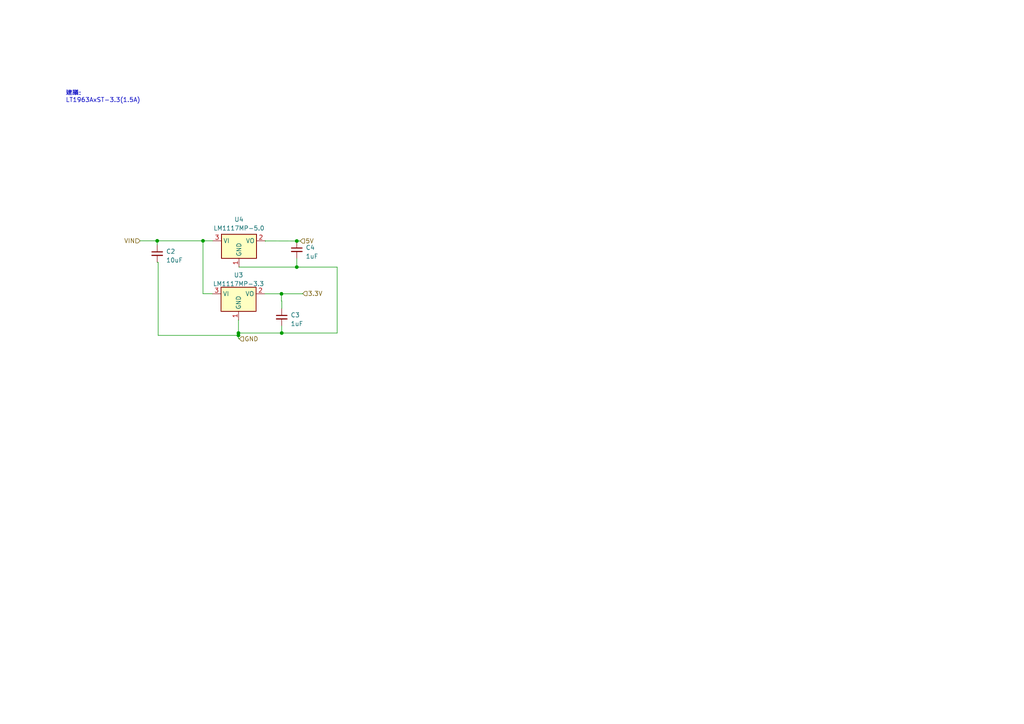
<source format=kicad_sch>
(kicad_sch (version 20231120) (generator "eeschema") (generator_version "8.0")
  (paper "A4")
  (lib_symbols
    (symbol "Device:C_Small" (pin_numbers hide) (pin_names (offset 0.254) hide)
      (property "Reference" "C" (at 0.254 1.778 0))
      (property "Value" "C_Small" (at 0.254 -2.032 0))
      (symbol "C_Small_0_1"
        (polyline (pts (xy -1.524 -0.508) (xy 1.524 -0.508)) (stroke (width 0.3302)))
        (polyline (pts (xy -1.524 0.508) (xy 1.524 0.508)) (stroke (width 0.3048)))
      )
      (symbol "C_Small_1_1"
        (pin passive line (at 0 2.54 270) (length 2.032) (name "~") (number "1"))
        (pin passive line (at 0 -2.54 90) (length 2.032) (name "~") (number "2"))
      )
    )
    (symbol "Regulator_Linear:LM1117MP-3.3"
      (property "Reference" "U" (at -3.81 3.175 0))
      (property "Value" "LM1117MP-3.3" (at 0 3.175 0))
      (symbol "LM1117MP-3.3_0_1"
        (rectangle (start -5.08 -5.08) (end 5.08 1.905) (stroke (width 0.254)) (fill (type background)))
      )
      (symbol "LM1117MP-3.3_1_1"
        (pin power_in line (at 0 -7.62 90) (length 2.54) (name "GND") (number "1"))
        (pin power_out line (at 7.62 0 180) (length 2.54) (name "VO") (number "2"))
        (pin power_in line (at -7.62 0 0) (length 2.54) (name "VI") (number "3"))
      )
    )
    (symbol "Regulator_Linear:LM1117MP-5.0"
      (property "Reference" "U" (at -3.81 3.175 0))
      (property "Value" "LM1117MP-5.0" (at 0 3.175 0))
      (symbol "LM1117MP-5.0_0_1"
        (rectangle (start -5.08 -5.08) (end 5.08 1.905) (stroke (width 0.254)) (fill (type background)))
      )
      (symbol "LM1117MP-5.0_1_1"
        (pin power_in line (at 0 -7.62 90) (length 2.54) (name "GND") (number "1"))
        (pin power_out line (at 7.62 0 180) (length 2.54) (name "VO") (number "2"))
        (pin power_in line (at -7.62 0 0) (length 2.54) (name "VI") (number "3"))
      )
    )
  )
  (junction (at 58.8772 69.85))
  (junction (at 81.7118 96.5962))
  (junction (at 81.6356 85.217))
  (junction (at 86.0806 77.47))
  (junction (at 69.1642 97.282))
  (junction (at 69.1642 96.5962))
  (junction (at 86.0806 69.9008))
  (junction (at 45.593 69.85))
  (wire (pts (xy 58.8772 69.85) (xy 58.8772 85.1916)))
  (wire (pts (xy 97.79 77.47) (xy 97.79 96.5962)))
  (wire (pts (xy 40.64 69.85) (xy 45.593 69.85)))
  (wire (pts (xy 81.7118 89.4588) (xy 81.7118 89.4334)))
  (wire (pts (xy 81.7118 89.4334) (xy 81.7372 89.4334)))
  (wire (pts (xy 81.7118 96.5962) (xy 97.79 96.5962)))
  (wire (pts (xy 86.0806 74.9808) (xy 86.0806 77.47)))
  (wire (pts (xy 69.4182 98.298) (xy 69.4182 98.2218)))
  (wire (pts (xy 86.0806 69.9008) (xy 87.0966 69.9008)))
  (wire (pts (xy 81.6356 85.217) (xy 81.6356 87.2998)))
  (wire (pts (xy 45.8724 97.282) (xy 69.1642 97.282)))
  (wire (pts (xy 81.7118 94.5388) (xy 81.7118 96.5962)))
  (wire (pts (xy 87.8078 85.1408) (xy 87.7824 85.1408)))
  (wire (pts (xy 61.5442 85.217) (xy 61.5442 85.1916)))
  (wire (pts (xy 69.1642 97.282) (xy 69.1642 96.5962)))
  (wire (pts (xy 61.5442 85.1916) (xy 58.8772 85.1916)))
  (wire (pts (xy 69.1642 97.282) (xy 69.1642 98.2218)))
  (wire (pts (xy 87.7824 85.217) (xy 81.6356 85.217)))
  (wire (pts (xy 69.1642 96.5962) (xy 81.7118 96.5962)))
  (wire (pts (xy 61.5442 85.217) (xy 61.5696 85.217)))
  (wire (pts (xy 81.6356 87.2998) (xy 81.7372 87.2998)))
  (wire (pts (xy 45.593 69.85) (xy 58.8772 69.85)))
  (wire (pts (xy 45.593 76.0984) (xy 45.8724 76.0984)))
  (wire (pts (xy 76.9874 69.8754) (xy 76.9874 69.9262)))
  (wire (pts (xy 69.1642 92.837) (xy 69.1896 92.837)))
  (wire (pts (xy 76.9874 69.9262) (xy 76.9366 69.9262)))
  (wire (pts (xy 45.593 71.0184) (xy 45.593 69.85)))
  (wire (pts (xy 69.4182 98.2218) (xy 69.1642 98.2218)))
  (wire (pts (xy 81.6356 85.217) (xy 76.8096 85.217)))
  (wire (pts (xy 81.7372 89.4334) (xy 81.7372 87.2998)))
  (wire (pts (xy 86.0806 69.9008) (xy 76.9874 69.8754)))
  (wire (pts (xy 58.8772 69.85) (xy 61.6966 69.85)))
  (wire (pts (xy 45.8724 76.0984) (xy 45.8724 97.282)))
  (wire (pts (xy 69.1642 96.5962) (xy 69.1642 92.837)))
  (wire (pts (xy 86.0806 77.47) (xy 97.79 77.47)))
  (wire (pts (xy 76.9366 69.9262) (xy 76.9366 69.85)))
  (wire (pts (xy 69.3166 77.47) (xy 86.0806 77.47)))
  (wire (pts (xy 87.7824 85.1408) (xy 87.7824 85.217)))
  (text "建議:\nLT1963AxST-3.3(1.5A)\n" (at 19.0246 29.9212 0) (effects (font (size 1.27 1.27)) (justify left bottom)))
  (hierarchical_label "GND" (shape input) (at 69.4182 98.298 0))
  (hierarchical_label "5V" (shape input) (at 87.0966 69.9008 0))
  (hierarchical_label "VIN" (shape input) (at 40.64 69.85 180))
  (hierarchical_label "3.3V" (shape input) (at 87.8078 85.1408 0))
  (symbol (lib_id "Device:C_Small") (at 81.7118 91.9988 0) (unit 1)
    (property "Reference" "C3" (at 84.2772 91.3701 0) (effects (justify left)))
    (property "Value" "1uF" (at 84.2772 93.9101 0) (effects (justify left)))
    (property "Footprint" "Capacitor_SMD:C_0603_1608Metric" (effects (hide yes)))
  )
  (symbol (lib_id "Device:C_Small") (at 86.0806 72.4408 0) (unit 1)
    (property "Reference" "C4" (at 88.646 71.8121 0) (effects (justify left)))
    (property "Value" "1uF" (at 88.646 74.3521 0) (effects (justify left)))
    (property "Footprint" "Capacitor_SMD:C_0603_1608Metric" (effects (hide yes)))
  )
  (symbol (lib_id "Regulator_Linear:LM1117MP-5.0") (at 69.3166 69.85 0) (unit 1)
    (property "Reference" "U4" (at 69.3166 63.6524 0))
    (property "Value" "LM1117MP-5.0" (at 69.3166 66.1924 0))
    (property "Footprint" "Package_TO_SOT_SMD:SOT-223-3_TabPin2" (effects (hide yes)))
    (property "Datasheet" "http://www.ti.com/lit/ds/symlink/lm1117.pdf" (effects (hide yes)))
  )
  (symbol (lib_id "Device:C_Small") (at 45.593 73.5584 0) (unit 1)
    (property "Reference" "C2" (at 48.1584 72.9297 0) (effects (justify left)))
    (property "Value" "10uF" (at 48.1584 75.4697 0) (effects (justify left)))
    (property "Footprint" "Capacitor_SMD:C_0603_1608Metric" (effects (hide yes)))
  )
  (symbol (lib_id "Regulator_Linear:LM1117MP-3.3") (at 69.1896 85.217 0) (unit 1)
    (property "Reference" "U3" (at 69.1896 79.7814 0))
    (property "Value" "LM1117MP-3.3" (at 69.1896 82.3214 0))
    (property "Footprint" "Package_TO_SOT_SMD:SOT-223-3_TabPin2" (effects (hide yes)))
    (property "Datasheet" "http://www.ti.com/lit/ds/symlink/lm1117.pdf" (effects (hide yes)))
  )
)
</source>
